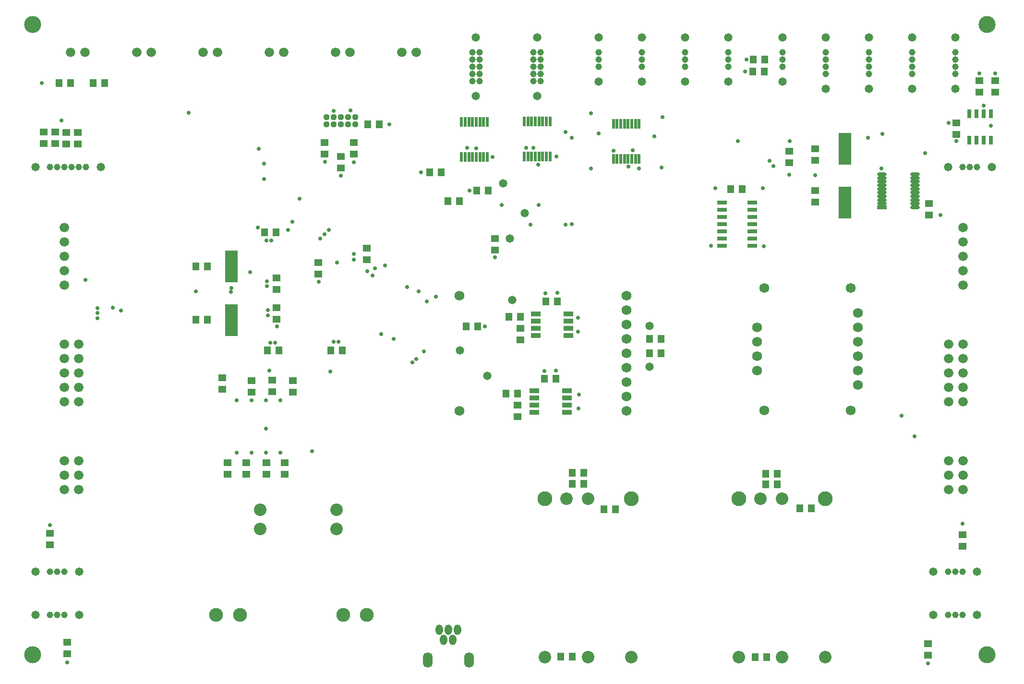
<source format=gbs>
G04 Layer_Color=16711935*
%FSLAX25Y25*%
%MOIN*%
G70*
G01*
G75*
%ADD22O,0.06693X0.10630*%
%ADD48C,0.06800*%
%ADD72R,0.04800X0.05800*%
%ADD73R,0.05800X0.04800*%
%ADD78O,0.05131X0.07296*%
%ADD79C,0.06600*%
%ADD80C,0.11800*%
%ADD81C,0.08675*%
%ADD82C,0.10300*%
%ADD83C,0.04600*%
%ADD84C,0.05800*%
%ADD85C,0.08674*%
%ADD86C,0.04400*%
%ADD87C,0.09658*%
%ADD88R,0.02057X0.06506*%
%ADD89R,0.06902X0.03162*%
%ADD90R,0.03162X0.05918*%
%ADD91R,0.08674X0.22453*%
%ADD92R,0.07001X0.03359*%
%ADD93O,0.06509X0.02572*%
%ADD94R,0.06509X0.02572*%
%ADD95C,0.02800*%
D22*
X319020Y14997D02*
D03*
X290280D02*
D03*
D48*
X428500Y268000D02*
D03*
Y258000D02*
D03*
Y248000D02*
D03*
Y238000D02*
D03*
Y228000D02*
D03*
Y218000D02*
D03*
Y208000D02*
D03*
Y198000D02*
D03*
Y188000D02*
D03*
X312500Y268000D02*
D03*
Y188000D02*
D03*
X519000Y246000D02*
D03*
Y236000D02*
D03*
Y226000D02*
D03*
Y216000D02*
D03*
X589000Y256000D02*
D03*
Y246000D02*
D03*
Y236000D02*
D03*
Y226000D02*
D03*
Y216000D02*
D03*
Y206000D02*
D03*
X584000Y273500D02*
D03*
Y188500D02*
D03*
X524000Y273500D02*
D03*
Y188500D02*
D03*
D72*
X380350Y263900D02*
D03*
X372350D02*
D03*
X379400Y210400D02*
D03*
X371400D02*
D03*
X346650Y253400D02*
D03*
X354650D02*
D03*
X344800Y199950D02*
D03*
X352800D02*
D03*
X129500Y288500D02*
D03*
X137500D02*
D03*
X129500Y251500D02*
D03*
X137500D02*
D03*
X179000Y230000D02*
D03*
X187000D02*
D03*
X223000D02*
D03*
X231000D02*
D03*
X185000Y312000D02*
D03*
X177000D02*
D03*
X390700Y17300D02*
D03*
X382700D02*
D03*
X533100Y137200D02*
D03*
X525100D02*
D03*
X533100Y144300D02*
D03*
X525100D02*
D03*
X525600Y17200D02*
D03*
X517600D02*
D03*
X398600Y145000D02*
D03*
X390600D02*
D03*
X398600Y137500D02*
D03*
X390600D02*
D03*
X500650Y342050D02*
D03*
X508650D02*
D03*
X66000Y415700D02*
D03*
X58000D02*
D03*
X42500D02*
D03*
X34500D02*
D03*
X317000Y246600D02*
D03*
X325000D02*
D03*
X299900Y353750D02*
D03*
X291900D02*
D03*
X304400Y333750D02*
D03*
X312400D02*
D03*
X444350Y238000D02*
D03*
X452350D02*
D03*
X444350Y228000D02*
D03*
X452350D02*
D03*
X524500Y432050D02*
D03*
X516500D02*
D03*
X248700Y386900D02*
D03*
X256700D02*
D03*
X332350Y341000D02*
D03*
X324350D02*
D03*
X524250Y423550D02*
D03*
X516250D02*
D03*
X556600Y120400D02*
D03*
X548600D02*
D03*
X420700Y119800D02*
D03*
X412700D02*
D03*
D73*
X657500Y380000D02*
D03*
Y388000D02*
D03*
X559550Y333200D02*
D03*
Y341200D02*
D03*
X559450Y370200D02*
D03*
Y362200D02*
D03*
X354750Y237300D02*
D03*
Y245300D02*
D03*
X352750Y183950D02*
D03*
Y191950D02*
D03*
X214500Y283100D02*
D03*
Y291100D02*
D03*
X247950Y293000D02*
D03*
Y301000D02*
D03*
X541500Y368450D02*
D03*
Y360450D02*
D03*
X185300Y259800D02*
D03*
Y251800D02*
D03*
X185400Y280500D02*
D03*
Y272500D02*
D03*
X673500Y409500D02*
D03*
Y417500D02*
D03*
X684500Y409500D02*
D03*
Y417500D02*
D03*
X638300Y331900D02*
D03*
Y323900D02*
D03*
X230150Y364750D02*
D03*
Y356750D02*
D03*
X218900Y374350D02*
D03*
Y366350D02*
D03*
X239200Y374400D02*
D03*
Y366400D02*
D03*
X337250Y307800D02*
D03*
Y299800D02*
D03*
X23900Y373600D02*
D03*
Y381600D02*
D03*
X31750Y373600D02*
D03*
Y381600D02*
D03*
X39550Y373500D02*
D03*
Y381500D02*
D03*
X47400Y373500D02*
D03*
Y381500D02*
D03*
X28100Y94950D02*
D03*
Y102950D02*
D03*
X661650Y94100D02*
D03*
Y102100D02*
D03*
X40100Y27300D02*
D03*
Y19300D02*
D03*
X637800Y26250D02*
D03*
Y18250D02*
D03*
X147600Y203200D02*
D03*
Y211200D02*
D03*
X167950Y201200D02*
D03*
Y209200D02*
D03*
X182350Y201250D02*
D03*
Y209250D02*
D03*
X196600Y201150D02*
D03*
Y209150D02*
D03*
X191200Y144000D02*
D03*
Y152000D02*
D03*
X178450Y144000D02*
D03*
Y152000D02*
D03*
X164550Y144000D02*
D03*
Y152000D02*
D03*
X151550Y144000D02*
D03*
Y152000D02*
D03*
D78*
X298351Y35962D02*
D03*
X304650D02*
D03*
X310949D02*
D03*
X301500Y29072D02*
D03*
X307800D02*
D03*
D79*
X652000Y133500D02*
D03*
Y143500D02*
D03*
Y153500D02*
D03*
X662000Y133500D02*
D03*
Y143500D02*
D03*
Y153500D02*
D03*
X48000D02*
D03*
Y143500D02*
D03*
Y133500D02*
D03*
X38000Y153500D02*
D03*
Y143500D02*
D03*
Y133500D02*
D03*
X226500Y437000D02*
D03*
X236500D02*
D03*
X272500D02*
D03*
X282500D02*
D03*
X88500D02*
D03*
X98500D02*
D03*
X42500D02*
D03*
X52500D02*
D03*
X38000Y315500D02*
D03*
Y305500D02*
D03*
Y295500D02*
D03*
Y285500D02*
D03*
Y275500D02*
D03*
X48000Y234500D02*
D03*
Y224500D02*
D03*
X38000Y234500D02*
D03*
Y224500D02*
D03*
Y194500D02*
D03*
Y204500D02*
D03*
Y214500D02*
D03*
X48000Y194500D02*
D03*
Y204500D02*
D03*
Y214500D02*
D03*
X662000Y275500D02*
D03*
Y285500D02*
D03*
Y295500D02*
D03*
Y305500D02*
D03*
Y315500D02*
D03*
X652000Y194500D02*
D03*
Y204500D02*
D03*
X662000Y194500D02*
D03*
Y204500D02*
D03*
Y234500D02*
D03*
Y224500D02*
D03*
Y214500D02*
D03*
X652000Y234500D02*
D03*
Y224500D02*
D03*
Y214500D02*
D03*
X134500Y437000D02*
D03*
X144500D02*
D03*
X180500D02*
D03*
X190500D02*
D03*
D80*
X16250Y18750D02*
D03*
X678750D02*
D03*
X16250Y456250D02*
D03*
X678750D02*
D03*
D81*
X506500Y17200D02*
D03*
X536500D02*
D03*
X566500D02*
D03*
X521500Y127200D02*
D03*
X536500D02*
D03*
X371750Y17200D02*
D03*
X401750D02*
D03*
X431750D02*
D03*
X386750Y127200D02*
D03*
X401750D02*
D03*
D82*
X506500D02*
D03*
X566500D02*
D03*
X371750D02*
D03*
X431750D02*
D03*
D83*
X409250Y437050D02*
D03*
Y432050D02*
D03*
Y427050D02*
D03*
X439250Y437050D02*
D03*
Y432050D02*
D03*
Y427050D02*
D03*
X469250Y437050D02*
D03*
Y432050D02*
D03*
Y427050D02*
D03*
X499250Y437050D02*
D03*
Y432050D02*
D03*
Y427050D02*
D03*
X326300D02*
D03*
Y417050D02*
D03*
Y422050D02*
D03*
Y432050D02*
D03*
Y437050D02*
D03*
X321300D02*
D03*
Y432050D02*
D03*
Y422050D02*
D03*
Y417050D02*
D03*
Y427050D02*
D03*
X671850Y357500D02*
D03*
X666850D02*
D03*
X661850D02*
D03*
X368800Y427050D02*
D03*
Y417050D02*
D03*
Y422050D02*
D03*
Y432050D02*
D03*
Y437050D02*
D03*
X363800D02*
D03*
Y432050D02*
D03*
Y422050D02*
D03*
Y417050D02*
D03*
Y427050D02*
D03*
X28150Y76250D02*
D03*
X33150D02*
D03*
X38150D02*
D03*
X28150Y46250D02*
D03*
X33150D02*
D03*
X38150D02*
D03*
X661650Y76250D02*
D03*
X656650D02*
D03*
X651650D02*
D03*
X661650Y46250D02*
D03*
X656650D02*
D03*
X651650D02*
D03*
X566750Y437050D02*
D03*
Y427050D02*
D03*
Y422050D02*
D03*
Y432050D02*
D03*
X596750Y437050D02*
D03*
Y427050D02*
D03*
Y422050D02*
D03*
Y432050D02*
D03*
X626750Y437050D02*
D03*
Y427050D02*
D03*
Y422050D02*
D03*
Y432050D02*
D03*
X656750Y437050D02*
D03*
Y427050D02*
D03*
Y422050D02*
D03*
Y432050D02*
D03*
X28150Y357500D02*
D03*
X33150D02*
D03*
X43150D02*
D03*
X53150D02*
D03*
X48150D02*
D03*
X38150D02*
D03*
X536750Y437050D02*
D03*
Y432050D02*
D03*
Y427050D02*
D03*
D84*
X409250Y447250D02*
D03*
Y416850D02*
D03*
X439250Y447250D02*
D03*
Y416850D02*
D03*
X469250Y447250D02*
D03*
Y416850D02*
D03*
X499250Y447250D02*
D03*
Y416850D02*
D03*
X323800Y447250D02*
D03*
Y406850D02*
D03*
X682050Y357500D02*
D03*
X651650D02*
D03*
X366300Y447250D02*
D03*
Y406850D02*
D03*
X17950Y76250D02*
D03*
X48350D02*
D03*
X17950Y46250D02*
D03*
X48350D02*
D03*
X671850Y76250D02*
D03*
X641450D02*
D03*
X671850Y46250D02*
D03*
X641450D02*
D03*
X566750Y447250D02*
D03*
Y411850D02*
D03*
X596750Y447250D02*
D03*
Y411850D02*
D03*
X626750Y447250D02*
D03*
Y411850D02*
D03*
X656750Y447250D02*
D03*
Y411850D02*
D03*
X63350Y357500D02*
D03*
X18150D02*
D03*
X536750Y447250D02*
D03*
Y416850D02*
D03*
X331850Y212450D02*
D03*
X349050Y265100D02*
D03*
X347500Y307800D02*
D03*
X357900Y325450D02*
D03*
X342750Y346100D02*
D03*
X312750Y230100D02*
D03*
X444350Y218650D02*
D03*
Y247200D02*
D03*
D85*
X227000Y106000D02*
D03*
Y119400D02*
D03*
X174000D02*
D03*
Y106000D02*
D03*
D86*
X220150Y386900D02*
D03*
Y391900D02*
D03*
X225150Y386900D02*
D03*
Y391900D02*
D03*
X230150Y386900D02*
D03*
Y391900D02*
D03*
X235150Y386900D02*
D03*
Y391900D02*
D03*
X240150Y386900D02*
D03*
Y391900D02*
D03*
D87*
X160000Y46500D02*
D03*
X143504D02*
D03*
X248250D02*
D03*
X231754D02*
D03*
D88*
X326668Y388732D02*
D03*
X324109D02*
D03*
X321550D02*
D03*
X318991D02*
D03*
X316432D02*
D03*
X313873D02*
D03*
X331786Y364500D02*
D03*
X329227D02*
D03*
X326668D02*
D03*
X324109D02*
D03*
X321550D02*
D03*
X318991D02*
D03*
X316432D02*
D03*
X313873D02*
D03*
X331786Y388732D02*
D03*
X329227D02*
D03*
X432100Y387300D02*
D03*
X429541D02*
D03*
X426982D02*
D03*
X424423D02*
D03*
X421864D02*
D03*
X419305D02*
D03*
X437218Y363069D02*
D03*
X434659D02*
D03*
X432100D02*
D03*
X429541D02*
D03*
X426982D02*
D03*
X424423D02*
D03*
X421864D02*
D03*
X419305D02*
D03*
X437218Y387300D02*
D03*
X434659D02*
D03*
X370168Y389000D02*
D03*
X367609D02*
D03*
X365050D02*
D03*
X362491D02*
D03*
X359932D02*
D03*
X357373D02*
D03*
X375286Y364769D02*
D03*
X372727D02*
D03*
X370168D02*
D03*
X367609D02*
D03*
X365050D02*
D03*
X362491D02*
D03*
X359932D02*
D03*
X357373D02*
D03*
X375286Y389000D02*
D03*
X372727D02*
D03*
D89*
X494650Y332550D02*
D03*
Y327550D02*
D03*
Y322550D02*
D03*
Y317550D02*
D03*
Y312550D02*
D03*
Y307550D02*
D03*
Y302550D02*
D03*
X515910D02*
D03*
Y307550D02*
D03*
Y312550D02*
D03*
Y327550D02*
D03*
Y332550D02*
D03*
Y317550D02*
D03*
Y322550D02*
D03*
D90*
X671500Y376193D02*
D03*
X676500D02*
D03*
X681500D02*
D03*
Y394500D02*
D03*
X676500D02*
D03*
X671500D02*
D03*
X666500D02*
D03*
Y376193D02*
D03*
D91*
X579950Y370200D02*
D03*
Y332798D02*
D03*
X154000Y251098D02*
D03*
Y288500D02*
D03*
D92*
X388150Y240350D02*
D03*
Y245350D02*
D03*
Y250350D02*
D03*
Y255350D02*
D03*
X365414Y240350D02*
D03*
Y245350D02*
D03*
Y250350D02*
D03*
Y255350D02*
D03*
X387036Y187000D02*
D03*
Y192000D02*
D03*
Y197000D02*
D03*
Y202000D02*
D03*
X364300Y187000D02*
D03*
Y192000D02*
D03*
Y197000D02*
D03*
Y202000D02*
D03*
D93*
X628900Y352345D02*
D03*
Y349786D02*
D03*
Y347227D02*
D03*
Y344668D02*
D03*
Y342109D02*
D03*
Y339550D02*
D03*
Y336991D02*
D03*
Y334432D02*
D03*
Y331873D02*
D03*
Y329314D02*
D03*
X605672Y352345D02*
D03*
Y349786D02*
D03*
Y347227D02*
D03*
Y344668D02*
D03*
Y342109D02*
D03*
Y339550D02*
D03*
Y336991D02*
D03*
Y334432D02*
D03*
Y331873D02*
D03*
D94*
Y329314D02*
D03*
D95*
X276000Y274000D02*
D03*
X284100Y271200D02*
D03*
X252000Y282150D02*
D03*
X248300Y284900D02*
D03*
X253850Y286900D02*
D03*
X260750Y289150D02*
D03*
X289900Y264100D02*
D03*
X296200Y267400D02*
D03*
X394750Y242900D02*
D03*
X379350Y215950D02*
D03*
X371400Y215850D02*
D03*
X395300Y199350D02*
D03*
X395200Y189650D02*
D03*
X447650Y378600D02*
D03*
X409200Y380800D02*
D03*
X77400Y257700D02*
D03*
X71600Y259600D02*
D03*
X52600Y279200D02*
D03*
X61200Y252500D02*
D03*
X61100Y259500D02*
D03*
X181000Y235500D02*
D03*
X61100Y256200D02*
D03*
X153900Y270700D02*
D03*
X154000Y273300D02*
D03*
X429600Y357700D02*
D03*
X490150Y342550D02*
D03*
X129500Y271000D02*
D03*
X227500Y291000D02*
D03*
X394650Y252850D02*
D03*
X380350Y269950D02*
D03*
X372200Y269850D02*
D03*
X673500Y422500D02*
D03*
X684500D02*
D03*
X228500Y236000D02*
D03*
X239000Y293000D02*
D03*
Y297000D02*
D03*
X210000Y160000D02*
D03*
X22500Y415700D02*
D03*
X452850Y357200D02*
D03*
X453450Y392200D02*
D03*
X403650Y356350D02*
D03*
Y394550D02*
D03*
X559450Y351700D02*
D03*
X523150Y342550D02*
D03*
X657500Y375300D02*
D03*
X652000Y388000D02*
D03*
X676500Y400000D02*
D03*
X225000Y236000D02*
D03*
X184500Y235500D02*
D03*
X176900Y348900D02*
D03*
X181746Y306254D02*
D03*
X178500Y306500D02*
D03*
X36050Y389800D02*
D03*
X367000Y359200D02*
D03*
X363750Y370650D02*
D03*
X124300Y395100D02*
D03*
X335450Y364400D02*
D03*
X324100Y370500D02*
D03*
X236650Y396700D02*
D03*
X523650Y302450D02*
D03*
X486950Y302750D02*
D03*
X173100Y370100D02*
D03*
X176900Y359800D02*
D03*
X178900Y278100D02*
D03*
X178800Y274800D02*
D03*
X167100Y284500D02*
D03*
X179300Y254500D02*
D03*
Y257900D02*
D03*
X172500Y315300D02*
D03*
X432600Y369200D02*
D03*
X419300Y368800D02*
D03*
X317750Y370550D02*
D03*
X379800Y364550D02*
D03*
X358650Y370750D02*
D03*
X510850Y423550D02*
D03*
X511600Y432000D02*
D03*
X214700Y277700D02*
D03*
X224950Y396500D02*
D03*
X219000Y360900D02*
D03*
X239250Y360800D02*
D03*
X635700Y366900D02*
D03*
X605550Y356450D02*
D03*
X646450Y323900D02*
D03*
X681500Y386150D02*
D03*
X230150Y351450D02*
D03*
X201450Y335250D02*
D03*
X215750Y307800D02*
D03*
X221650Y313800D02*
D03*
X185700Y246600D02*
D03*
X367550Y331050D02*
D03*
X341750D02*
D03*
X330100Y246600D02*
D03*
X337250Y294550D02*
D03*
X361900Y317450D02*
D03*
X319400Y341000D02*
D03*
X193550Y313650D02*
D03*
X218700Y310800D02*
D03*
X196400Y319350D02*
D03*
X285850Y353750D02*
D03*
X385950Y381600D02*
D03*
X390400Y377750D02*
D03*
X385950Y317500D02*
D03*
X390400Y317850D02*
D03*
X437200Y356250D02*
D03*
X530350Y358200D02*
D03*
X527750Y361800D02*
D03*
X541500Y352150D02*
D03*
X541600Y375500D02*
D03*
X263600Y386900D02*
D03*
X596250Y377800D02*
D03*
X606050Y380500D02*
D03*
X505600Y375400D02*
D03*
X628550Y170500D02*
D03*
X258050Y241450D02*
D03*
X266650Y238050D02*
D03*
X619500Y184750D02*
D03*
X287850Y229250D02*
D03*
X282400Y224150D02*
D03*
X279650Y221600D02*
D03*
X222800Y215250D02*
D03*
X157900Y195500D02*
D03*
X167950D02*
D03*
X177950D02*
D03*
X187950D02*
D03*
X178000Y175600D02*
D03*
X187950Y159000D02*
D03*
X177950D02*
D03*
X167950D02*
D03*
X157900D02*
D03*
X28100Y108850D02*
D03*
X40100Y13300D02*
D03*
X661650Y109700D02*
D03*
X637800Y12600D02*
D03*
X180500Y216100D02*
D03*
M02*

</source>
